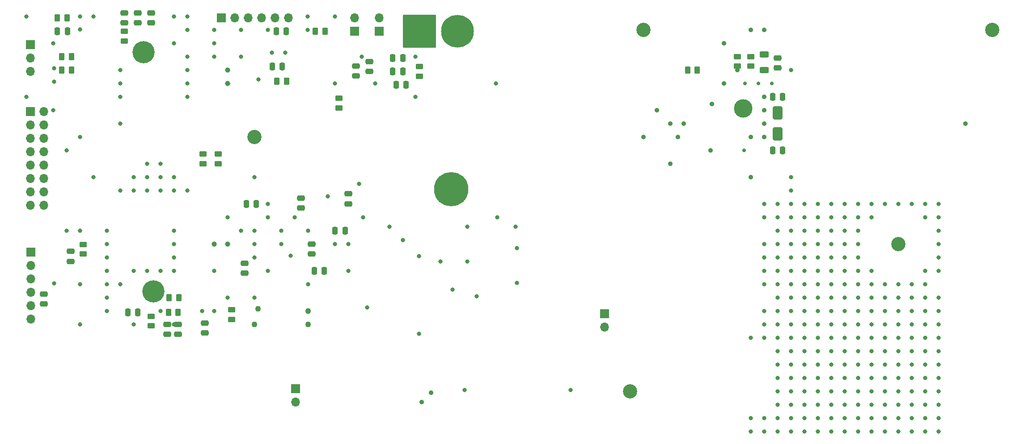
<source format=gbr>
%TF.GenerationSoftware,KiCad,Pcbnew,7.0.10*%
%TF.CreationDate,2024-03-06T13:01:35-05:00*%
%TF.ProjectId,PCB_Main_Final,5043425f-4d61-4696-9e5f-46696e616c2e,rev?*%
%TF.SameCoordinates,Original*%
%TF.FileFunction,Soldermask,Bot*%
%TF.FilePolarity,Negative*%
%FSLAX46Y46*%
G04 Gerber Fmt 4.6, Leading zero omitted, Abs format (unit mm)*
G04 Created by KiCad (PCBNEW 7.0.10) date 2024-03-06 13:01:35*
%MOMM*%
%LPD*%
G01*
G04 APERTURE LIST*
G04 Aperture macros list*
%AMRoundRect*
0 Rectangle with rounded corners*
0 $1 Rounding radius*
0 $2 $3 $4 $5 $6 $7 $8 $9 X,Y pos of 4 corners*
0 Add a 4 corners polygon primitive as box body*
4,1,4,$2,$3,$4,$5,$6,$7,$8,$9,$2,$3,0*
0 Add four circle primitives for the rounded corners*
1,1,$1+$1,$2,$3*
1,1,$1+$1,$4,$5*
1,1,$1+$1,$6,$7*
1,1,$1+$1,$8,$9*
0 Add four rect primitives between the rounded corners*
20,1,$1+$1,$2,$3,$4,$5,0*
20,1,$1+$1,$4,$5,$6,$7,0*
20,1,$1+$1,$6,$7,$8,$9,0*
20,1,$1+$1,$8,$9,$2,$3,0*%
G04 Aperture macros list end*
%ADD10C,2.700000*%
%ADD11R,1.700000X1.700000*%
%ADD12O,1.700000X1.700000*%
%ADD13C,6.204000*%
%ADD14RoundRect,0.102000X-3.000000X-3.000000X3.000000X-3.000000X3.000000X3.000000X-3.000000X3.000000X0*%
%ADD15RoundRect,0.250000X0.475000X-0.250000X0.475000X0.250000X-0.475000X0.250000X-0.475000X-0.250000X0*%
%ADD16RoundRect,0.250000X-0.475000X0.250000X-0.475000X-0.250000X0.475000X-0.250000X0.475000X0.250000X0*%
%ADD17RoundRect,0.250000X0.262500X0.450000X-0.262500X0.450000X-0.262500X-0.450000X0.262500X-0.450000X0*%
%ADD18RoundRect,0.250000X-0.450000X0.262500X-0.450000X-0.262500X0.450000X-0.262500X0.450000X0.262500X0*%
%ADD19RoundRect,0.250000X-0.250000X-0.475000X0.250000X-0.475000X0.250000X0.475000X-0.250000X0.475000X0*%
%ADD20RoundRect,0.250000X0.450000X-0.262500X0.450000X0.262500X-0.450000X0.262500X-0.450000X-0.262500X0*%
%ADD21RoundRect,0.250000X0.250000X0.475000X-0.250000X0.475000X-0.250000X-0.475000X0.250000X-0.475000X0*%
%ADD22RoundRect,0.250000X0.650000X-1.000000X0.650000X1.000000X-0.650000X1.000000X-0.650000X-1.000000X0*%
%ADD23RoundRect,0.250000X-0.262500X-0.450000X0.262500X-0.450000X0.262500X0.450000X-0.262500X0.450000X0*%
%ADD24RoundRect,0.250000X-0.625000X0.312500X-0.625000X-0.312500X0.625000X-0.312500X0.625000X0.312500X0*%
%ADD25C,0.800000*%
%ADD26C,0.900000*%
%ADD27C,1.100000*%
%ADD28C,4.200000*%
%ADD29C,0.700000*%
%ADD30C,1.000000*%
%ADD31C,3.500000*%
%ADD32C,6.500000*%
G04 APERTURE END LIST*
D10*
%TO.C,H9*%
X88900000Y-73660000D03*
%TD*%
%TO.C,H8*%
X228600000Y-53340000D03*
%TD*%
D11*
%TO.C,J5*%
X96647000Y-121407000D03*
D12*
X96647000Y-123947000D03*
%TD*%
D10*
%TO.C,H7*%
X162560000Y-53340000D03*
%TD*%
D11*
%TO.C,LightSensorConnector2*%
X46490000Y-56185000D03*
D12*
X46490000Y-58725000D03*
X46490000Y-61265000D03*
%TD*%
D11*
%TO.C,J8*%
X46490000Y-68885000D03*
D12*
X49030000Y-68885000D03*
X46490000Y-71425000D03*
X49030000Y-71425000D03*
X46490000Y-73965000D03*
X49030000Y-73965000D03*
X46490000Y-76505000D03*
X49030000Y-76505000D03*
X46490000Y-79045000D03*
X49030000Y-79045000D03*
X46490000Y-81585000D03*
X49030000Y-81585000D03*
X46490000Y-84125000D03*
X49030000Y-84125000D03*
X46490000Y-86665000D03*
X49030000Y-86665000D03*
%TD*%
D10*
%TO.C,H6*%
X210820000Y-93980000D03*
%TD*%
%TO.C,H10*%
X160020000Y-121920000D03*
%TD*%
D11*
%TO.C,J10*%
X107880000Y-53645000D03*
D12*
X107880000Y-51105000D03*
%TD*%
D13*
%TO.C,J7*%
X127350000Y-53645000D03*
D14*
X120150000Y-53645000D03*
%TD*%
D11*
%TO.C,J9*%
X112530000Y-53645000D03*
D12*
X112530000Y-51105000D03*
%TD*%
D11*
%TO.C,J6*%
X155194000Y-107183000D03*
D12*
X155194000Y-109723000D03*
%TD*%
D11*
%TO.C,Boot2ROVER2*%
X46515000Y-95580000D03*
D12*
X46515000Y-98120000D03*
X46515000Y-100660000D03*
X46515000Y-103200000D03*
X46515000Y-105740000D03*
X46515000Y-108280000D03*
%TD*%
D11*
%TO.C,Boot2WROOM2*%
X82575000Y-51105000D03*
D12*
X85115000Y-51105000D03*
X87655000Y-51105000D03*
X90195000Y-51105000D03*
X92735000Y-51105000D03*
X95275000Y-51105000D03*
%TD*%
D15*
%TO.C,C56*%
X79510000Y-110894104D03*
X79510000Y-108994104D03*
%TD*%
D16*
%TO.C,C33*%
X72360000Y-109220000D03*
X72360000Y-111120000D03*
%TD*%
D17*
%TO.C,R24*%
X74430000Y-106985000D03*
X72605000Y-106985000D03*
%TD*%
D15*
%TO.C,C11*%
X69350000Y-52055000D03*
X69350000Y-50155000D03*
%TD*%
D18*
%TO.C,Ruvt2*%
X182880000Y-58420000D03*
X182880000Y-60245000D03*
%TD*%
D19*
%TO.C,C49*%
X115070000Y-61265000D03*
X116970000Y-61265000D03*
%TD*%
D17*
%TO.C,R23*%
X74572500Y-104140000D03*
X72747500Y-104140000D03*
%TD*%
D20*
%TO.C,R22*%
X69350000Y-109525000D03*
X69350000Y-107700000D03*
%TD*%
D17*
%TO.C,Rt2*%
X172720000Y-60960000D03*
X170895000Y-60960000D03*
%TD*%
D21*
%TO.C,C16*%
X66810000Y-106985000D03*
X64910000Y-106985000D03*
%TD*%
D20*
%TO.C,R4*%
X84590000Y-108316604D03*
X84590000Y-106491604D03*
%TD*%
D15*
%TO.C,C15*%
X64270000Y-52055000D03*
X64270000Y-50155000D03*
%TD*%
D18*
%TO.C,R13*%
X64270000Y-53645000D03*
X64270000Y-55470000D03*
%TD*%
D19*
%TO.C,C48*%
X115710000Y-63805000D03*
X117610000Y-63805000D03*
%TD*%
D16*
%TO.C,C40*%
X97681050Y-85261950D03*
X97681050Y-87161950D03*
%TD*%
D21*
%TO.C,C42*%
X102082600Y-99060000D03*
X100182600Y-99060000D03*
%TD*%
D16*
%TO.C,C41*%
X99700000Y-93980000D03*
X99700000Y-95880000D03*
%TD*%
D15*
%TO.C,Cvin2*%
X187960000Y-60575000D03*
X187960000Y-58675000D03*
%TD*%
D22*
%TO.C,Dbst2*%
X187960000Y-73120000D03*
X187960000Y-69120000D03*
%TD*%
D23*
%TO.C,R14*%
X52427500Y-60960000D03*
X54252500Y-60960000D03*
%TD*%
D18*
%TO.C,R27*%
X120150000Y-60352500D03*
X120150000Y-62177500D03*
%TD*%
D16*
%TO.C,C51*%
X108110000Y-60240000D03*
X108110000Y-62140000D03*
%TD*%
D19*
%TO.C,C54*%
X51570000Y-53645000D03*
X53470000Y-53645000D03*
%TD*%
D21*
%TO.C,Cbst2*%
X188910000Y-76200000D03*
X187010000Y-76200000D03*
%TD*%
%TO.C,C45*%
X106040000Y-91440000D03*
X104140000Y-91440000D03*
%TD*%
D24*
%TO.C,Rvin2*%
X185420000Y-58035000D03*
X185420000Y-60960000D03*
%TD*%
D20*
%TO.C,Ruvb2*%
X180340000Y-60245000D03*
X180340000Y-58420000D03*
%TD*%
D23*
%TO.C,R30*%
X100424986Y-53645000D03*
X102249986Y-53645000D03*
%TD*%
D15*
%TO.C,C12*%
X66810000Y-52055000D03*
X66810000Y-50155000D03*
%TD*%
D19*
%TO.C,Cvcc2*%
X187010000Y-66040000D03*
X188910000Y-66040000D03*
%TD*%
D16*
%TO.C,C52*%
X110650000Y-59365000D03*
X110650000Y-61265000D03*
%TD*%
D17*
%TO.C,R2*%
X53395000Y-51105000D03*
X51570000Y-51105000D03*
%TD*%
D19*
%TO.C,C38*%
X87317500Y-86360000D03*
X89217500Y-86360000D03*
%TD*%
D16*
%TO.C,C46*%
X106680000Y-84460000D03*
X106680000Y-86360000D03*
%TD*%
%TO.C,C55*%
X54110000Y-95401252D03*
X54110000Y-97301252D03*
%TD*%
%TO.C,C34*%
X74430000Y-109220000D03*
X74430000Y-111120000D03*
%TD*%
%TO.C,CsnR5*%
X49030000Y-103495000D03*
X49030000Y-105395000D03*
%TD*%
D19*
%TO.C,C50*%
X115070000Y-58725000D03*
X116970000Y-58725000D03*
%TD*%
%TO.C,CsnR4*%
X93030000Y-53645000D03*
X94930000Y-53645000D03*
%TD*%
D17*
%TO.C,R1*%
X94960004Y-63090000D03*
X93135004Y-63090000D03*
%TD*%
D18*
%TO.C,R21*%
X82050000Y-76915000D03*
X82050000Y-78740000D03*
%TD*%
D16*
%TO.C,C37*%
X87000000Y-97642600D03*
X87000000Y-99542600D03*
%TD*%
D18*
%TO.C,R29*%
X104910000Y-66345000D03*
X104910000Y-68170000D03*
%TD*%
D20*
%TO.C,R3*%
X56412303Y-95896852D03*
X56412303Y-94071852D03*
%TD*%
D19*
%TO.C,C53*%
X92250002Y-60300002D03*
X94150002Y-60300002D03*
%TD*%
D23*
%TO.C,R17*%
X52427500Y-58420000D03*
X54252500Y-58420000D03*
%TD*%
D18*
%TO.C,R18*%
X79100000Y-76915000D03*
X79100000Y-78740000D03*
%TD*%
D25*
X96520000Y-88900000D03*
X91440000Y-53340000D03*
X99060000Y-101600000D03*
X50910153Y-101489847D03*
X73660000Y-109220000D03*
X88900000Y-81280000D03*
X93980000Y-93980000D03*
X58420000Y-50800000D03*
X109220000Y-58420000D03*
X66040000Y-109220000D03*
X193040000Y-99060000D03*
X203200000Y-91440000D03*
X134620000Y-63500000D03*
X200660000Y-129540000D03*
X218440000Y-129540000D03*
D26*
X170180000Y-71120000D03*
D25*
X190500000Y-60960000D03*
X218440000Y-121920000D03*
D27*
X89530000Y-106270000D03*
D25*
X205740000Y-129540000D03*
X213360000Y-109220000D03*
D28*
X67850000Y-57585000D03*
D25*
X213360000Y-101600000D03*
X215900000Y-121920000D03*
X200660000Y-93980000D03*
X198120000Y-119380000D03*
X187960000Y-101600000D03*
X203200000Y-116840000D03*
X187960000Y-129540000D03*
X200660000Y-109220000D03*
X203200000Y-129540000D03*
X193040000Y-96520000D03*
X213360000Y-114300000D03*
X91440000Y-99060000D03*
X213360000Y-111760000D03*
X213360000Y-119380000D03*
X213360000Y-106680000D03*
X203200000Y-93980000D03*
X215900000Y-109220000D03*
X218440000Y-109220000D03*
X193040000Y-129540000D03*
X63500000Y-71120000D03*
X195580000Y-99060000D03*
X218440000Y-99060000D03*
X200660000Y-119380000D03*
X210820000Y-109220000D03*
X203200000Y-104140000D03*
X190500000Y-83820000D03*
X218440000Y-119380000D03*
X93980000Y-91440000D03*
X213360000Y-121920000D03*
X208280000Y-119380000D03*
X210820000Y-86360000D03*
X218440000Y-91440000D03*
X190500000Y-127000000D03*
X190500000Y-96520000D03*
D26*
X177800000Y-55880000D03*
D25*
X200660000Y-101600000D03*
X185420000Y-129540000D03*
X198120000Y-86360000D03*
X203200000Y-111760000D03*
X195580000Y-93980000D03*
X55880000Y-109220000D03*
D26*
X185420000Y-66040000D03*
D25*
X198120000Y-129540000D03*
X193040000Y-127000000D03*
X215900000Y-104140000D03*
X215900000Y-116840000D03*
X200660000Y-121920000D03*
X193040000Y-88900000D03*
X187960000Y-114300000D03*
D26*
X167640000Y-78740000D03*
D25*
X195580000Y-121920000D03*
X198120000Y-88900000D03*
X198120000Y-109220000D03*
X190500000Y-124460000D03*
X185420000Y-106680000D03*
X218440000Y-93980000D03*
X190500000Y-114300000D03*
X190500000Y-81280000D03*
X195580000Y-106680000D03*
X205740000Y-101600000D03*
X73660000Y-50800000D03*
X210820000Y-129540000D03*
X193040000Y-116840000D03*
X203200000Y-127000000D03*
X200660000Y-114300000D03*
X205740000Y-124460000D03*
X218440000Y-86360000D03*
X187960000Y-104140000D03*
X205740000Y-106680000D03*
X91440000Y-86360000D03*
X198120000Y-104140000D03*
X208280000Y-121920000D03*
X187960000Y-99060000D03*
X210820000Y-121920000D03*
X218440000Y-124460000D03*
X193040000Y-111760000D03*
X215900000Y-101600000D03*
X208280000Y-109220000D03*
X215900000Y-127000000D03*
X187960000Y-124460000D03*
X185420000Y-93980000D03*
X208280000Y-127000000D03*
X195580000Y-116840000D03*
X198120000Y-127000000D03*
X50800000Y-68580000D03*
X203200000Y-86360000D03*
X193040000Y-109220000D03*
X210820000Y-116840000D03*
X203200000Y-99060000D03*
X200660000Y-104140000D03*
X205740000Y-127000000D03*
X200660000Y-99060000D03*
X195580000Y-119380000D03*
X182880000Y-111760000D03*
X218440000Y-104140000D03*
X203200000Y-119380000D03*
X215900000Y-129540000D03*
X104140000Y-50800000D03*
X213360000Y-127000000D03*
X190500000Y-111760000D03*
X213360000Y-104140000D03*
X190500000Y-119380000D03*
X182880000Y-127000000D03*
X215900000Y-111760000D03*
X210820000Y-104140000D03*
X210820000Y-111760000D03*
X187960000Y-96520000D03*
X190500000Y-109220000D03*
X198120000Y-111760000D03*
X187960000Y-86360000D03*
X195580000Y-127000000D03*
X200660000Y-124460000D03*
X213360000Y-86360000D03*
X198120000Y-116840000D03*
X187960000Y-111760000D03*
X205740000Y-99060000D03*
X193040000Y-119380000D03*
X92147504Y-57705000D03*
X190500000Y-101600000D03*
X205740000Y-116840000D03*
X195580000Y-129540000D03*
X187960000Y-91440000D03*
X205740000Y-104140000D03*
X205740000Y-111760000D03*
X208280000Y-116840000D03*
X190500000Y-104140000D03*
X215900000Y-99060000D03*
X215900000Y-88900000D03*
X91440000Y-88900000D03*
X190500000Y-93980000D03*
X190500000Y-86360000D03*
X198120000Y-121920000D03*
X187960000Y-119380000D03*
X215900000Y-114300000D03*
X205740000Y-88900000D03*
X187960000Y-116840000D03*
X208280000Y-114300000D03*
X190500000Y-88900000D03*
X203200000Y-114300000D03*
X205740000Y-119380000D03*
X218440000Y-111760000D03*
X203200000Y-109220000D03*
X198120000Y-101600000D03*
X111760000Y-63500000D03*
X187960000Y-127000000D03*
X210820000Y-114300000D03*
X190500000Y-129540000D03*
X203200000Y-88900000D03*
X205740000Y-114300000D03*
X185420000Y-99060000D03*
X198120000Y-96520000D03*
X185420000Y-88900000D03*
X185420000Y-101600000D03*
X185420000Y-86360000D03*
D26*
X169030000Y-73660000D03*
D25*
X187960000Y-109220000D03*
X208280000Y-129540000D03*
X203200000Y-106680000D03*
X198120000Y-124460000D03*
X198120000Y-106680000D03*
X195580000Y-111760000D03*
X195580000Y-104140000D03*
X185420000Y-109220000D03*
X203200000Y-124460000D03*
X190500000Y-91440000D03*
X55880000Y-50800000D03*
X193040000Y-91440000D03*
X190500000Y-116840000D03*
X210820000Y-124460000D03*
X215900000Y-106680000D03*
X200660000Y-96520000D03*
X218440000Y-114300000D03*
X208280000Y-86360000D03*
X83820000Y-88920000D03*
X185420000Y-127000000D03*
X208280000Y-124460000D03*
D26*
X175512105Y-67407107D03*
D25*
X195580000Y-101600000D03*
X203200000Y-96520000D03*
X190500000Y-99060000D03*
X218440000Y-96520000D03*
X213360000Y-129540000D03*
X195580000Y-88900000D03*
X195580000Y-86360000D03*
X53340000Y-76200000D03*
X210820000Y-106680000D03*
X193040000Y-101600000D03*
X198120000Y-99060000D03*
X208280000Y-106680000D03*
X182880000Y-129540000D03*
X218440000Y-116840000D03*
X195580000Y-124460000D03*
X193040000Y-124460000D03*
X195580000Y-91440000D03*
X187960000Y-88900000D03*
X200660000Y-111760000D03*
X200660000Y-127000000D03*
X215900000Y-119380000D03*
X190500000Y-121920000D03*
X195580000Y-96520000D03*
X195580000Y-114300000D03*
X193040000Y-86360000D03*
X208280000Y-104140000D03*
X187960000Y-121920000D03*
X200660000Y-116840000D03*
X205740000Y-86360000D03*
X185420000Y-96520000D03*
X213360000Y-124460000D03*
X215900000Y-86360000D03*
X193040000Y-114300000D03*
X88900000Y-104140000D03*
X218440000Y-106680000D03*
X218440000Y-88900000D03*
X193040000Y-121920000D03*
X187960000Y-106680000D03*
X53340000Y-91440000D03*
X200660000Y-88900000D03*
X205740000Y-109220000D03*
D28*
X69720000Y-103000000D03*
D25*
X185420000Y-111760000D03*
X190500000Y-106680000D03*
X195580000Y-109220000D03*
X193040000Y-106680000D03*
X193040000Y-104140000D03*
X218440000Y-127000000D03*
X200660000Y-106680000D03*
X203200000Y-121920000D03*
D29*
X181556135Y-76256658D03*
D25*
X187960000Y-93980000D03*
X210820000Y-127000000D03*
X210820000Y-119380000D03*
X208280000Y-101600000D03*
X213360000Y-116840000D03*
X208280000Y-111760000D03*
X198120000Y-93980000D03*
X200660000Y-91440000D03*
X198120000Y-114300000D03*
D27*
X88900000Y-109220000D03*
D25*
X198120000Y-91440000D03*
X215900000Y-124460000D03*
X193040000Y-93980000D03*
X210820000Y-101600000D03*
X45720000Y-50800000D03*
X200660000Y-86360000D03*
X205740000Y-121920000D03*
X203200000Y-101600000D03*
X81280000Y-53340000D03*
X86360000Y-53340000D03*
X120015000Y-96266000D03*
X120015000Y-110998000D03*
X148717000Y-121666000D03*
X128651000Y-121666000D03*
D27*
X99060000Y-109220000D03*
D25*
X138557000Y-94742000D03*
D26*
X120523000Y-123952000D03*
D25*
X110206283Y-106081252D03*
X106680000Y-99060000D03*
D26*
X122301000Y-122174000D03*
D25*
X99060000Y-91440000D03*
X138557000Y-101346000D03*
D27*
X99060000Y-106680000D03*
D25*
X95778588Y-96236106D03*
X102761050Y-84981050D03*
X55880000Y-53260000D03*
X71120000Y-106680000D03*
X78980002Y-106680000D03*
X88900000Y-96520000D03*
X104140000Y-93980000D03*
X134874000Y-88900000D03*
X109474000Y-88900000D03*
X106680000Y-93980000D03*
X108712000Y-82550000D03*
D26*
X185420000Y-53340000D03*
X182880000Y-53340000D03*
D29*
X184304998Y-63500000D03*
D25*
X119380000Y-58420000D03*
X94687504Y-57705000D03*
X50800000Y-55880000D03*
X55880000Y-101600000D03*
X81280000Y-106680000D03*
X130937000Y-103886000D03*
X129159000Y-97282000D03*
D26*
X185420000Y-71120000D03*
X185420000Y-73660000D03*
X182880000Y-81280000D03*
X167640000Y-71120000D03*
X162560000Y-73660000D03*
X165100000Y-68580000D03*
D25*
X114427000Y-90678000D03*
X116967000Y-93218000D03*
X129159000Y-90678000D03*
X138303000Y-90678000D03*
X126365000Y-102616000D03*
X124079000Y-97282000D03*
D26*
X182880000Y-73660000D03*
D29*
X181764998Y-63500000D03*
D25*
X50942500Y-63195000D03*
X50942500Y-60655000D03*
X81280000Y-99060000D03*
X83820000Y-104140000D03*
X119380000Y-66040000D03*
X98939986Y-53340000D03*
X63500000Y-63500000D03*
X63500000Y-66040000D03*
X76200000Y-50800000D03*
X76200000Y-58420000D03*
X58420000Y-81280000D03*
X76200000Y-63500000D03*
X63500000Y-60960000D03*
X55880000Y-73660000D03*
X76200000Y-60960000D03*
X76200000Y-66040000D03*
D26*
X223520000Y-71120000D03*
D29*
X186844998Y-63500000D03*
D26*
X185420000Y-68580000D03*
X175260000Y-76200000D03*
D25*
X98939986Y-50800000D03*
X73660000Y-55880000D03*
X81280000Y-55880000D03*
X89607504Y-62785000D03*
X55880000Y-91440000D03*
D30*
X83820000Y-60960000D03*
X81280000Y-93980000D03*
X83820000Y-63500000D03*
X83820000Y-93980000D03*
D25*
X104140000Y-63500000D03*
D26*
X177800000Y-63500000D03*
X180340000Y-60960000D03*
D25*
X45720000Y-66040000D03*
X81280000Y-58420000D03*
X76200000Y-53340000D03*
X86360000Y-58420000D03*
X68580000Y-99060000D03*
X71120000Y-83820000D03*
X73660000Y-81280000D03*
X71120000Y-99060000D03*
X73660000Y-99060000D03*
X88900000Y-91440000D03*
X73660000Y-96520000D03*
X86360000Y-91440000D03*
X73660000Y-93980000D03*
X73660000Y-83820000D03*
X76200000Y-83820000D03*
X73660000Y-91440000D03*
X63500000Y-83820000D03*
X60960000Y-91440000D03*
X60960000Y-93980000D03*
X66040000Y-81280000D03*
X66040000Y-83820000D03*
X60960000Y-96520000D03*
X60960000Y-99060000D03*
X68580000Y-78740000D03*
X68580000Y-81280000D03*
X60960000Y-101600000D03*
X63500000Y-101600000D03*
X71120000Y-78740000D03*
X60960000Y-104140000D03*
X68580000Y-83820000D03*
X60960000Y-106680000D03*
X88900000Y-93980000D03*
X66040000Y-99060000D03*
X71120000Y-81280000D03*
D31*
X181379998Y-68320001D03*
D32*
X126111000Y-83566000D03*
M02*

</source>
